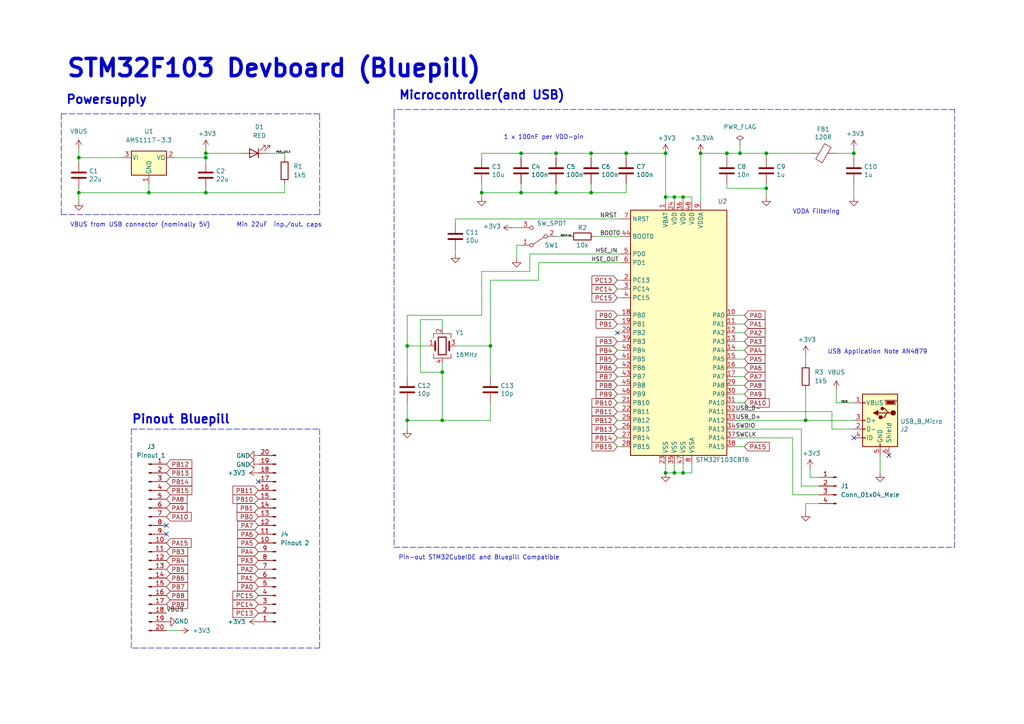
<source format=kicad_sch>
(kicad_sch (version 20211123) (generator eeschema)
  (paper "A4")
  (title_block (title "STM32F103 Devboard(Bluepill)") (date "2024-09-16") (rev "0.1") (company "sebsus Kind Messtechnik"))
  (lib_symbols
    (symbol "Connector:Conn_01x04_Male" (pin_names (offset 1.016) hide)
      (property "Reference" "J" (at 0 5.08 0))
      (property "Value" "Conn_01x04_Male" (at 0 -7.62 0))
      (symbol "Conn_01x04_Male_1_1"
        (polyline (pts (xy 1.27 -5.08) (xy 0.8636 -5.08)) (stroke (width 0.1524)))
        (polyline (pts (xy 1.27 -2.54) (xy 0.8636 -2.54)) (stroke (width 0.1524)))
        (polyline (pts (xy 1.27 0) (xy 0.8636 0)) (stroke (width 0.1524)))
        (polyline (pts (xy 1.27 2.54) (xy 0.8636 2.54)) (stroke (width 0.1524)))
        (rectangle (start 0.8636 -4.953) (end 0 -5.207) (stroke (width 0.1524)) (fill (type outline)))
        (rectangle (start 0.8636 -2.413) (end 0 -2.667) (stroke (width 0.1524)) (fill (type outline)))
        (rectangle (start 0.8636 0.127) (end 0 -0.127) (stroke (width 0.1524)) (fill (type outline)))
        (rectangle (start 0.8636 2.667) (end 0 2.413) (stroke (width 0.1524)) (fill (type outline)))
        (pin passive line (at 5.08 2.54 180) (length 3.81) (name "Pin_1") (number "1"))
        (pin passive line (at 5.08 0 180) (length 3.81) (name "Pin_2") (number "2"))
        (pin passive line (at 5.08 -2.54 180) (length 3.81) (name "Pin_3") (number "3"))
        (pin passive line (at 5.08 -5.08 180) (length 3.81) (name "Pin_4") (number "4"))
      )
    )
    (symbol "Connector:Conn_01x20_Male" (pin_names (offset 1.016) hide)
      (property "Reference" "J" (at 0 25.4 0))
      (property "Value" "Conn_01x20_Male" (at 0 -27.94 0))
      (symbol "Conn_01x20_Male_1_1"
        (polyline (pts (xy 1.27 -25.4) (xy 0.8636 -25.4)) (stroke (width 0.1524)))
        (polyline (pts (xy 1.27 -22.86) (xy 0.8636 -22.86)) (stroke (width 0.1524)))
        (polyline (pts (xy 1.27 -20.32) (xy 0.8636 -20.32)) (stroke (width 0.1524)))
        (polyline (pts (xy 1.27 -17.78) (xy 0.8636 -17.78)) (stroke (width 0.1524)))
        (polyline (pts (xy 1.27 -15.24) (xy 0.8636 -15.24)) (stroke (width 0.1524)))
        (polyline (pts (xy 1.27 -12.7) (xy 0.8636 -12.7)) (stroke (width 0.1524)))
        (polyline (pts (xy 1.27 -10.16) (xy 0.8636 -10.16)) (stroke (width 0.1524)))
        (polyline (pts (xy 1.27 -7.62) (xy 0.8636 -7.62)) (stroke (width 0.1524)))
        (polyline (pts (xy 1.27 -5.08) (xy 0.8636 -5.08)) (stroke (width 0.1524)))
        (polyline (pts (xy 1.27 -2.54) (xy 0.8636 -2.54)) (stroke (width 0.1524)))
        (polyline (pts (xy 1.27 0) (xy 0.8636 0)) (stroke (width 0.1524)))
        (polyline (pts (xy 1.27 2.54) (xy 0.8636 2.54)) (stroke (width 0.1524)))
        (polyline (pts (xy 1.27 5.08) (xy 0.8636 5.08)) (stroke (width 0.1524)))
        (polyline (pts (xy 1.27 7.62) (xy 0.8636 7.62)) (stroke (width 0.1524)))
        (polyline (pts (xy 1.27 10.16) (xy 0.8636 10.16)) (stroke (width 0.1524)))
        (polyline (pts (xy 1.27 12.7) (xy 0.8636 12.7)) (stroke (width 0.1524)))
        (polyline (pts (xy 1.27 15.24) (xy 0.8636 15.24)) (stroke (width 0.1524)))
        (polyline (pts (xy 1.27 17.78) (xy 0.8636 17.78)) (stroke (width 0.1524)))
        (polyline (pts (xy 1.27 20.32) (xy 0.8636 20.32)) (stroke (width 0.1524)))
        (polyline (pts (xy 1.27 22.86) (xy 0.8636 22.86)) (stroke (width 0.1524)))
        (rectangle (start 0.8636 -25.273) (end 0 -25.527) (stroke (width 0.1524)) (fill (type outline)))
        (rectangle (start 0.8636 -22.733) (end 0 -22.987) (stroke (width 0.1524)) (fill (type outline)))
        (rectangle (start 0.8636 -20.193) (end 0 -20.447) (stroke (width 0.1524)) (fill (type outline)))
        (rectangle (start 0.8636 -17.653) (end 0 -17.907) (stroke (width 0.1524)) (fill (type outline)))
        (rectangle (start 0.8636 -15.113) (end 0 -15.367) (stroke (width 0.1524)) (fill (type outline)))
        (rectangle (start 0.8636 -12.573) (end 0 -12.827) (stroke (width 0.1524)) (fill (type outline)))
        (rectangle (start 0.8636 -10.033) (end 0 -10.287) (stroke (width 0.1524)) (fill (type outline)))
        (rectangle (start 0.8636 -7.493) (end 0 -7.747) (stroke (width 0.1524)) (fill (type outline)))
        (rectangle (start 0.8636 -4.953) (end 0 -5.207) (stroke (width 0.1524)) (fill (type outline)))
        (rectangle (start 0.8636 -2.413) (end 0 -2.667) (stroke (width 0.1524)) (fill (type outline)))
        (rectangle (start 0.8636 0.127) (end 0 -0.127) (stroke (width 0.1524)) (fill (type outline)))
        (rectangle (start 0.8636 2.667) (end 0 2.413) (stroke (width 0.1524)) (fill (type outline)))
        (rectangle (start 0.8636 5.207) (end 0 4.953) (stroke (width 0.1524)) (fill (type outline)))
        (rectangle (start 0.8636 7.747) (end 0 7.493) (stroke (width 0.1524)) (fill (type outline)))
        (rectangle (start 0.8636 10.287) (end 0 10.033) (stroke (width 0.1524)) (fill (type outline)))
        (rectangle (start 0.8636 12.827) (end 0 12.573) (stroke (width 0.1524)) (fill (type outline)))
        (rectangle (start 0.8636 15.367) (end 0 15.113) (stroke (width 0.1524)) (fill (type outline)))
        (rectangle (start 0.8636 17.907) (end 0 17.653) (stroke (width 0.1524)) (fill (type outline)))
        (rectangle (start 0.8636 20.447) (end 0 20.193) (stroke (width 0.1524)) (fill (type outline)))
        (rectangle (start 0.8636 22.987) (end 0 22.733) (stroke (width 0.1524)) (fill (type outline)))
        (pin passive line (at 5.08 22.86 180) (length 3.81) (name "Pin_1") (number "1"))
        (pin passive line (at 5.08 0 180) (length 3.81) (name "Pin_10") (number "10"))
        (pin passive line (at 5.08 -2.54 180) (length 3.81) (name "Pin_11") (number "11"))
        (pin passive line (at 5.08 -5.08 180) (length 3.81) (name "Pin_12") (number "12"))
        (pin passive line (at 5.08 -7.62 180) (length 3.81) (name "Pin_13") (number "13"))
        (pin passive line (at 5.08 -10.16 180) (length 3.81) (name "Pin_14") (number "14"))
        (pin passive line (at 5.08 -12.7 180) (length 3.81) (name "Pin_15") (number "15"))
        (pin passive line (at 5.08 -15.24 180) (length 3.81) (name "Pin_16") (number "16"))
        (pin passive line (at 5.08 -17.78 180) (length 3.81) (name "Pin_17") (number "17"))
        (pin passive line (at 5.08 -20.32 180) (length 3.81) (name "Pin_18") (number "18"))
        (pin passive line (at 5.08 -22.86 180) (length 3.81) (name "Pin_19") (number "19"))
        (pin passive line (at 5.08 20.32 180) (length 3.81) (name "Pin_2") (number "2"))
        (pin passive line (at 5.08 -25.4 180) (length 3.81) (name "Pin_20") (number "20"))
        (pin passive line (at 5.08 17.78 180) (length 3.81) (name "Pin_3") (number "3"))
        (pin passive line (at 5.08 15.24 180) (length 3.81) (name "Pin_4") (number "4"))
        (pin passive line (at 5.08 12.7 180) (length 3.81) (name "Pin_5") (number "5"))
        (pin passive line (at 5.08 10.16 180) (length 3.81) (name "Pin_6") (number "6"))
        (pin passive line (at 5.08 7.62 180) (length 3.81) (name "Pin_7") (number "7"))
        (pin passive line (at 5.08 5.08 180) (length 3.81) (name "Pin_8") (number "8"))
        (pin passive line (at 5.08 2.54 180) (length 3.81) (name "Pin_9") (number "9"))
      )
    )
    (symbol "Connector:USB_B_Micro" (pin_names (offset 1.016))
      (property "Reference" "J" (at -5.08 11.43 0))
      (property "Value" "USB_B_Micro" (at -5.08 8.89 0))
      (symbol "USB_B_Micro_0_1"
        (rectangle (start -5.08 -7.62) (end 5.08 7.62) (stroke (width 0.254)) (fill (type background)))
        (circle (center -3.81 2.159) (radius 0.635) (stroke (width 0.254)) (fill (type outline)))
        (circle (center -0.635 3.429) (radius 0.381) (stroke (width 0.254)) (fill (type outline)))
        (rectangle (start -0.127 -7.62) (end 0.127 -6.858))
        (polyline (pts (xy -1.905 2.159) (xy 0.635 2.159)) (stroke (width 0.254)))
        (polyline (pts (xy -3.175 2.159) (xy -2.54 2.159) (xy -1.27 3.429) (xy -0.635 3.429)) (stroke (width 0.254)))
        (polyline (pts (xy -2.54 2.159) (xy -1.905 2.159) (xy -1.27 0.889) (xy 0 0.889)) (stroke (width 0.254)))
        (polyline (pts (xy 0.635 2.794) (xy 0.635 1.524) (xy 1.905 2.159) (xy 0.635 2.794)) (stroke (width 0.254)) (fill (type outline)))
        (polyline (pts (xy -4.318 5.588) (xy -1.778 5.588) (xy -2.032 4.826) (xy -4.064 4.826) (xy -4.318 5.588)) (fill (type outline)))
        (polyline (pts (xy -4.699 5.842) (xy -4.699 5.588) (xy -4.445 4.826) (xy -4.445 4.572) (xy -1.651 4.572) (xy -1.651 4.826) (xy -1.397 5.588) (xy -1.397 5.842) (xy -4.699 5.842)))
        (rectangle (start 0.254 1.27) (end -0.508 0.508) (stroke (width 0.254)) (fill (type outline)))
        (rectangle (start 5.08 -5.207) (end 4.318 -4.953))
        (rectangle (start 5.08 -2.667) (end 4.318 -2.413))
        (rectangle (start 5.08 -0.127) (end 4.318 0.127))
        (rectangle (start 5.08 4.953) (end 4.318 5.207))
      )
      (symbol "USB_B_Micro_1_1"
        (pin power_out line (at 7.62 5.08 180) (length 2.54) (name "VBUS") (number "1"))
        (pin bidirectional line (at 7.62 -2.54 180) (length 2.54) (name "D-") (number "2"))
        (pin bidirectional line (at 7.62 0 180) (length 2.54) (name "D+") (number "3"))
        (pin passive line (at 7.62 -5.08 180) (length 2.54) (name "ID") (number "4"))
        (pin power_out line (at 0 -10.16 90) (length 2.54) (name "GND") (number "5"))
        (pin passive line (at -2.54 -10.16 90) (length 2.54) (name "Shield") (number "6"))
      )
    )
    (symbol "Device:C" (pin_numbers hide) (pin_names (offset 0.254))
      (property "Reference" "C" (at 0.635 2.54 0))
      (property "Value" "C" (at 0.635 -2.54 0))
      (symbol "C_0_1"
        (polyline (pts (xy -2.032 -0.762) (xy 2.032 -0.762)) (stroke (width 0.508)))
        (polyline (pts (xy -2.032 0.762) (xy 2.032 0.762)) (stroke (width 0.508)))
      )
      (symbol "C_1_1"
        (pin passive line (at 0 3.81 270) (length 2.794) (name "~") (number "1"))
        (pin passive line (at 0 -3.81 90) (length 2.794) (name "~") (number "2"))
      )
    )
    (symbol "Device:Crystal_GND24" (pin_names (offset 1.016) hide)
      (property "Reference" "Y" (at 3.175 5.08 0))
      (property "Value" "Crystal_GND24" (at 3.175 3.175 0))
      (symbol "Crystal_GND24_0_1"
        (rectangle (start -1.143 2.54) (end 1.143 -2.54) (stroke (width 0.3048)))
        (polyline (pts (xy -2.54 0) (xy -2.032 0)))
        (polyline (pts (xy -2.032 -1.27) (xy -2.032 1.27)) (stroke (width 0.508)))
        (polyline (pts (xy 0 -3.81) (xy 0 -3.556)))
        (polyline (pts (xy 0 3.556) (xy 0 3.81)))
        (polyline (pts (xy 2.032 -1.27) (xy 2.032 1.27)) (stroke (width 0.508)))
        (polyline (pts (xy 2.032 0) (xy 2.54 0)))
        (polyline (pts (xy -2.54 -2.286) (xy -2.54 -3.556) (xy 2.54 -3.556) (xy 2.54 -2.286)))
        (polyline (pts (xy -2.54 2.286) (xy -2.54 3.556) (xy 2.54 3.556) (xy 2.54 2.286)))
      )
      (symbol "Crystal_GND24_1_1"
        (pin passive line (at -3.81 0 0) (length 1.27) (name "1") (number "1"))
        (pin passive line (at 0 5.08 270) (length 1.27) (name "2") (number "2"))
        (pin passive line (at 3.81 0 180) (length 1.27) (name "3") (number "3"))
        (pin passive line (at 0 -5.08 90) (length 1.27) (name "4") (number "4"))
      )
    )
    (symbol "Device:LED" (pin_numbers hide) (pin_names (offset 1.016) hide)
      (property "Reference" "D" (at 0 2.54 0))
      (property "Value" "LED" (at 0 -2.54 0))
      (symbol "LED_0_1"
        (polyline (pts (xy -1.27 -1.27) (xy -1.27 1.27)) (stroke (width 0.254)))
        (polyline (pts (xy -1.27 0) (xy 1.27 0)))
        (polyline (pts (xy 1.27 -1.27) (xy 1.27 1.27) (xy -1.27 0) (xy 1.27 -1.27)) (stroke (width 0.254)))
        (polyline (pts (xy -3.048 -0.762) (xy -4.572 -2.286) (xy -3.81 -2.286) (xy -4.572 -2.286) (xy -4.572 -1.524)))
        (polyline (pts (xy -1.778 -0.762) (xy -3.302 -2.286) (xy -2.54 -2.286) (xy -3.302 -2.286) (xy -3.302 -1.524)))
      )
      (symbol "LED_1_1"
        (pin passive line (at -3.81 0 0) (length 2.54) (name "K") (number "1"))
        (pin passive line (at 3.81 0 180) (length 2.54) (name "A") (number "2"))
      )
    )
    (symbol "Device:R" (pin_numbers hide) (pin_names (offset 0))
      (property "Reference" "R" (at 2.032 0 90))
      (property "Value" "R" (at 0 0 90))
      (symbol "R_0_1"
        (rectangle (start -1.016 -2.54) (end 1.016 2.54) (stroke (width 0.254)))
      )
      (symbol "R_1_1"
        (pin passive line (at 0 3.81 270) (length 1.27) (name "~") (number "1"))
        (pin passive line (at 0 -3.81 90) (length 1.27) (name "~") (number "2"))
      )
    )
    (symbol "MCU_ST_STM32F1:STM32F103C6Tx"
      (property "Reference" "U" (at -15.24 36.83 0))
      (property "Value" "STM32F103C6Tx" (at 7.62 36.83 0))
      (symbol "STM32F103C6Tx_0_1"
        (rectangle (start -15.24 -35.56) (end 12.7 35.56) (stroke (width 0.254)) (fill (type background)))
      )
      (symbol "STM32F103C6Tx_1_1"
        (pin power_in line (at -5.08 38.1 270) (length 2.54) (name "VBAT") (number "1"))
        (pin bidirectional line (at 15.24 5.08 180) (length 2.54) (name "PA0") (number "10"))
        (pin bidirectional line (at 15.24 2.54 180) (length 2.54) (name "PA1") (number "11"))
        (pin bidirectional line (at 15.24 0 180) (length 2.54) (name "PA2") (number "12"))
        (pin bidirectional line (at 15.24 -2.54 180) (length 2.54) (name "PA3") (number "13"))
        (pin bidirectional line (at 15.24 -5.08 180) (length 2.54) (name "PA4") (number "14"))
        (pin bidirectional line (at 15.24 -7.62 180) (length 2.54) (name "PA5") (number "15"))
        (pin bidirectional line (at 15.24 -10.16 180) (length 2.54) (name "PA6") (number "16"))
        (pin bidirectional line (at 15.24 -12.7 180) (length 2.54) (name "PA7") (number "17"))
        (pin bidirectional line (at -17.78 5.08 0) (length 2.54) (name "PB0") (number "18"))
        (pin bidirectional line (at -17.78 2.54 0) (length 2.54) (name "PB1") (number "19"))
        (pin bidirectional line (at -17.78 15.24 0) (length 2.54) (name "PC13") (number "2"))
        (pin bidirectional line (at -17.78 0 0) (length 2.54) (name "PB2") (number "20"))
        (pin bidirectional line (at -17.78 -20.32 0) (length 2.54) (name "PB10") (number "21"))
        (pin bidirectional line (at -17.78 -22.86 0) (length 2.54) (name "PB11") (number "22"))
        (pin power_in line (at -5.08 -38.1 90) (length 2.54) (name "VSS") (number "23"))
        (pin power_in line (at -2.54 38.1 270) (length 2.54) (name "VDD") (number "24"))
        (pin bidirectional line (at -17.78 -25.4 0) (length 2.54) (name "PB12") (number "25"))
        (pin bidirectional line (at -17.78 -27.94 0) (length 2.54) (name "PB13") (number "26"))
        (pin bidirectional line (at -17.78 -30.48 0) (length 2.54) (name "PB14") (number "27"))
        (pin bidirectional line (at -17.78 -33.02 0) (length 2.54) (name "PB15") (number "28"))
        (pin bidirectional line (at 15.24 -15.24 180) (length 2.54) (name "PA8") (number "29"))
        (pin bidirectional line (at -17.78 12.7 0) (length 2.54) (name "PC14") (number "3"))
        (pin bidirectional line (at 15.24 -17.78 180) (length 2.54) (name "PA9") (number "30"))
        (pin bidirectional line (at 15.24 -20.32 180) (length 2.54) (name "PA10") (number "31"))
        (pin bidirectional line (at 15.24 -22.86 180) (length 2.54) (name "PA11") (number "32"))
        (pin bidirectional line (at 15.24 -25.4 180) (length 2.54) (name "PA12") (number "33"))
        (pin bidirectional line (at 15.24 -27.94 180) (length 2.54) (name "PA13") (number "34"))
        (pin power_in line (at -2.54 -38.1 90) (length 2.54) (name "VSS") (number "35"))
        (pin power_in line (at 0 38.1 270) (length 2.54) (name "VDD") (number "36"))
        (pin bidirectional line (at 15.24 -30.48 180) (length 2.54) (name "PA14") (number "37"))
        (pin bidirectional line (at 15.24 -33.02 180) (length 2.54) (name "PA15") (number "38"))
        (pin bidirectional line (at -17.78 -2.54 0) (length 2.54) (name "PB3") (number "39"))
        (pin bidirectional line (at -17.78 10.16 0) (length 2.54) (name "PC15") (number "4"))
        (pin bidirectional line (at -17.78 -5.08 0) (length 2.54) (name "PB4") (number "40"))
        (pin bidirectional line (at -17.78 -7.62 0) (length 2.54) (name "PB5") (number "41"))
        (pin bidirectional line (at -17.78 -10.16 0) (length 2.54) (name "PB6") (number "42"))
        (pin bidirectional line (at -17.78 -12.7 0) (length 2.54) (name "PB7") (number "43"))
        (pin input line (at -17.78 27.94 0) (length 2.54) (name "BOOT0") (number "44"))
        (pin bidirectional line (at -17.78 -15.24 0) (length 2.54) (name "PB8") (number "45"))
        (pin bidirectional line (at -17.78 -17.78 0) (length 2.54) (name "PB9") (number "46"))
        (pin power_in line (at 0 -38.1 90) (length 2.54) (name "VSS") (number "47"))
        (pin power_in line (at 2.54 38.1 270) (length 2.54) (name "VDD") (number "48"))
        (pin input line (at -17.78 22.86 0) (length 2.54) (name "PD0") (number "5"))
        (pin input line (at -17.78 20.32 0) (length 2.54) (name "PD1") (number "6"))
        (pin input line (at -17.78 33.02 0) (length 2.54) (name "NRST") (number "7"))
        (pin power_in line (at 2.54 -38.1 90) (length 2.54) (name "VSSA") (number "8"))
        (pin power_in line (at 5.08 38.1 270) (length 2.54) (name "VDDA") (number "9"))
      )
    )
    (symbol "Regulator_Linear:AMS1117-3.3" (pin_names (offset 0.254))
      (property "Reference" "U" (at -3.81 3.175 0))
      (property "Value" "AMS1117-3.3" (at 0 3.175 0))
      (symbol "AMS1117-3.3_0_1"
        (rectangle (start -5.08 -5.08) (end 5.08 1.905) (stroke (width 0.254)) (fill (type background)))
      )
      (symbol "AMS1117-3.3_1_1"
        (pin power_in line (at 0 -7.62 90) (length 2.54) (name "GND") (number "1"))
        (pin power_out line (at 7.62 0 180) (length 2.54) (name "VO") (number "2"))
        (pin power_in line (at -7.62 0 0) (length 2.54) (name "VI") (number "3"))
      )
    )
    (symbol "Switch:SW_SPDT" (pin_names (offset 0) hide)
      (property "Reference" "SW" (at 0 4.318 0))
      (property "Value" "SW_SPDT" (at 0 -5.08 0))
      (symbol "SW_SPDT_0_0"
        (circle (center -2.032 0) (radius 0.508))
        (circle (center 2.032 -2.54) (radius 0.508))
      )
      (symbol "SW_SPDT_0_1"
        (polyline (pts (xy -1.524 0.254) (xy 1.651 2.286)))
        (circle (center 2.032 2.54) (radius 0.508))
      )
      (symbol "SW_SPDT_1_1"
        (pin passive line (at 5.08 2.54 180) (length 2.54) (name "A") (number "1"))
        (pin passive line (at -5.08 0 0) (length 2.54) (name "B") (number "2"))
        (pin passive line (at 5.08 -2.54 180) (length 2.54) (name "C") (number "3"))
      )
    )
    (symbol "power:+3.3VA" (power) (pin_names (offset 0))
      (property "Value" "+3.3VA" (at 0 3.556 0))
      (symbol "+3.3VA_0_1"
        (polyline (pts (xy -0.762 1.27) (xy 0 2.54)))
        (polyline (pts (xy 0 0) (xy 0 2.54)))
        (polyline (pts (xy 0 2.54) (xy 0.762 1.27)))
      )
      (symbol "+3.3VA_1_1"
        (pin power_in line (at 0 0 90) (length 0) hide (name "+3.3VA") (number "1"))
      )
    )
    (symbol "power:GND" (power) (pin_names (offset 0))
      (property "Value" "GND" (at 0 -3.81 0))
      (symbol "GND_0_1"
        (polyline (pts (xy 0 0) (xy 0 -1.27) (xy 1.27 -1.27) (xy 0 -2.54) (xy -1.27 -1.27) (xy 0 -1.27)))
      )
      (symbol "GND_1_1"
        (pin power_in line (at 0 0 270) (length 0) hide (name "GND") (number "1"))
      )
    )
    (symbol "power:PWR_FLAG" (power) (pin_numbers hide) (pin_names (offset 0) hide)
      (property "Value" "PWR_FLAG" (at 0 3.81 0))
      (symbol "PWR_FLAG_0_0"
        (pin power_out line (at 0 0 90) (length 0) (name "pwr") (number "1"))
      )
      (symbol "PWR_FLAG_0_1"
        (polyline (pts (xy 0 0) (xy 0 1.27) (xy -1.016 1.905) (xy 0 2.54) (xy 1.016 1.905) (xy 0 1.27)))
      )
    )
    (symbol "power:VBUS" (power) (pin_names (offset 0))
      (property "Value" "VBUS" (at 0 3.81 0))
      (symbol "VBUS_0_1"
        (polyline (pts (xy -0.762 1.27) (xy 0 2.54)))
        (polyline (pts (xy 0 0) (xy 0 2.54)))
        (polyline (pts (xy 0 2.54) (xy 0.762 1.27)))
      )
      (symbol "VBUS_1_1"
        (pin power_in line (at 0 0 90) (length 0) hide (name "VBUS") (number "1"))
      )
    )
    (symbol "sebuspill-rescue:+3.3V-power" (power) (pin_names (offset 0))
      (property "Value" "+3.3V-power" (at 0 3.556 0))
      (symbol "+3.3V-power_0_1"
        (polyline (pts (xy -0.762 1.27) (xy 0 2.54)))
        (polyline (pts (xy 0 0) (xy 0 2.54)))
        (polyline (pts (xy 0 2.54) (xy 0.762 1.27)))
      )
      (symbol "+3.3V-power_1_1"
        (pin power_in line (at 0 0 90) (length 0) hide (name "+3V3") (number "1"))
      )
    )
    (symbol "sebuspill-rescue:Ferrite_Bead-Device" (pin_numbers hide) (pin_names (offset 0))
      (property "Reference" "FB" (at -3.81 0.635 90))
      (property "Value" "Ferrite_Bead-Device" (at 3.81 0 90))
      (symbol "Ferrite_Bead-Device_0_1"
        (polyline (pts (xy 0 -1.27) (xy 0 -1.2192)))
        (polyline (pts (xy 0 1.27) (xy 0 1.2954)))
        (polyline (pts (xy -2.7686 0.4064) (xy -1.7018 2.2606) (xy 2.7686 -0.3048) (xy 1.6764 -2.159) (xy -2.7686 0.4064)))
      )
      (symbol "Ferrite_Bead-Device_1_1"
        (pin passive line (at 0 3.81 270) (length 2.54) (name "~") (number "1"))
        (pin passive line (at 0 -3.81 90) (length 2.54) (name "~") (number "2"))
      )
    )
  )
  (junction (at 181.61 44.45))
  (junction (at 171.45 55.88))
  (junction (at 198.12 57.15))
  (junction (at 247.65 44.45))
  (junction (at 139.7 55.88))
  (junction (at 171.45 44.45))
  (junction (at 161.29 55.88))
  (junction (at 195.58 57.15))
  (junction (at 59.69 45.72))
  (junction (at 193.04 44.45))
  (junction (at 43.18 55.88))
  (junction (at 142.24 100.33))
  (junction (at 128.27 121.92))
  (junction (at 118.11 100.33))
  (junction (at 210.82 44.45))
  (junction (at 151.13 55.88))
  (junction (at 222.25 54.61))
  (junction (at 118.11 121.92))
  (junction (at 193.04 57.15))
  (junction (at 22.86 45.72))
  (junction (at 193.04 137.16))
  (junction (at 128.27 107.95))
  (junction (at 151.13 44.45))
  (junction (at 203.2 44.45))
  (junction (at 222.25 44.45))
  (junction (at 195.58 137.16))
  (junction (at 214.63 44.45))
  (junction (at 161.29 44.45))
  (junction (at 59.69 55.88))
  (junction (at 198.12 137.16))
  (junction (at 59.69 44.45))
  (junction (at 22.86 55.88))
  (junction (at 233.68 121.92))
  (no_connect (at 257.81 132.08))
  (no_connect (at 48.26 154.94))
  (no_connect (at 179.07 96.52))
  (no_connect (at 247.65 127))
  (no_connect (at 48.26 152.4))
  (no_connect (at 74.93 139.7))
  (wire (pts (xy 213.36 104.14) (xy 215.9 104.14)))
  (wire (pts (xy 229.87 127) (xy 229.87 143.51)))
  (wire (pts (xy 22.86 43.18) (xy 22.86 45.72)))
  (wire (pts (xy 234.95 138.43) (xy 237.49 138.43)))
  (wire (pts (xy 161.29 55.88) (xy 161.29 53.34)))
  (wire (pts (xy 213.36 109.22) (xy 215.9 109.22)))
  (wire (pts (xy 179.07 129.54) (xy 180.34 129.54)))
  (wire (pts (xy 179.07 114.3) (xy 180.34 114.3)))
  (wire (pts (xy 195.58 57.15) (xy 198.12 57.15)))
  (wire (pts (xy 179.07 101.6) (xy 180.34 101.6)))
  (wire (pts (xy 161.29 44.45) (xy 151.13 44.45)))
  (wire (pts (xy 139.7 55.88) (xy 139.7 53.34)))
  (polyline (pts (xy 114.3 158.75) (xy 276.86 158.75)))
  (wire (pts (xy 179.07 121.92) (xy 180.34 121.92)))
  (polyline (pts (xy 92.71 187.96) (xy 38.1 187.96)))
  (polyline (pts (xy 38.1 124.46) (xy 92.71 124.46)))
  (wire (pts (xy 153.67 73.66) (xy 180.34 73.66)))
  (wire (pts (xy 118.11 100.33) (xy 124.46 100.33)))
  (wire (pts (xy 193.04 44.45) (xy 181.61 44.45)))
  (wire (pts (xy 213.36 114.3) (xy 215.9 114.3)))
  (wire (pts (xy 181.61 44.45) (xy 171.45 44.45)))
  (wire (pts (xy 139.7 57.15) (xy 139.7 55.88)))
  (wire (pts (xy 149.86 71.12) (xy 151.13 71.12)))
  (wire (pts (xy 128.27 121.92) (xy 128.27 107.95)))
  (wire (pts (xy 203.2 44.45) (xy 210.82 44.45)))
  (wire (pts (xy 200.66 57.15) (xy 200.66 58.42)))
  (wire (pts (xy 179.07 99.06) (xy 180.34 99.06)))
  (wire (pts (xy 195.58 137.16) (xy 195.58 134.62)))
  (wire (pts (xy 232.41 140.97) (xy 237.49 140.97)))
  (wire (pts (xy 213.36 93.98) (xy 215.9 93.98)))
  (wire (pts (xy 210.82 44.45) (xy 214.63 44.45)))
  (wire (pts (xy 179.07 91.44) (xy 180.34 91.44)))
  (wire (pts (xy 132.08 64.77) (xy 132.08 63.5)))
  (wire (pts (xy 142.24 100.33) (xy 142.24 109.22)))
  (wire (pts (xy 193.04 44.45) (xy 193.04 57.15)))
  (wire (pts (xy 213.36 129.54) (xy 215.9 129.54)))
  (wire (pts (xy 233.68 121.92) (xy 247.65 121.92)))
  (wire (pts (xy 179.07 109.22) (xy 180.34 109.22)))
  (wire (pts (xy 195.58 137.16) (xy 198.12 137.16)))
  (wire (pts (xy 128.27 107.95) (xy 128.27 105.41)))
  (wire (pts (xy 179.07 81.28) (xy 180.34 81.28)))
  (wire (pts (xy 50.8 45.72) (xy 59.69 45.72)))
  (wire (pts (xy 232.41 124.46) (xy 232.41 140.97)))
  (wire (pts (xy 193.04 57.15) (xy 195.58 57.15)))
  (wire (pts (xy 156.21 76.2) (xy 180.34 76.2)))
  (wire (pts (xy 179.07 124.46) (xy 180.34 124.46)))
  (wire (pts (xy 59.69 44.45) (xy 59.69 45.72)))
  (wire (pts (xy 59.69 55.88) (xy 82.55 55.88)))
  (wire (pts (xy 121.92 92.71) (xy 121.92 107.95)))
  (wire (pts (xy 118.11 121.92) (xy 118.11 116.84)))
  (wire (pts (xy 179.07 116.84) (xy 180.34 116.84)))
  (polyline (pts (xy 17.78 33.02) (xy 17.78 62.23)))
  (wire (pts (xy 139.7 44.45) (xy 139.7 45.72)))
  (wire (pts (xy 171.45 55.88) (xy 171.45 53.34)))
  (wire (pts (xy 179.07 104.14) (xy 180.34 104.14)))
  (wire (pts (xy 142.24 81.28) (xy 156.21 81.28)))
  (wire (pts (xy 128.27 121.92) (xy 142.24 121.92)))
  (wire (pts (xy 241.3 119.38) (xy 241.3 124.46)))
  (wire (pts (xy 43.18 55.88) (xy 59.69 55.88)))
  (wire (pts (xy 198.12 57.15) (xy 200.66 57.15)))
  (wire (pts (xy 213.36 119.38) (xy 241.3 119.38)))
  (wire (pts (xy 59.69 44.45) (xy 69.85 44.45)))
  (wire (pts (xy 213.36 111.76) (xy 215.9 111.76)))
  (wire (pts (xy 179.07 83.82) (xy 180.34 83.82)))
  (wire (pts (xy 59.69 55.88) (xy 59.69 54.61)))
  (wire (pts (xy 193.04 57.15) (xy 193.04 58.42)))
  (wire (pts (xy 247.65 45.72) (xy 247.65 44.45)))
  (wire (pts (xy 179.07 119.38) (xy 180.34 119.38)))
  (wire (pts (xy 214.63 41.91) (xy 214.63 44.45)))
  (wire (pts (xy 213.36 127) (xy 229.87 127)))
  (wire (pts (xy 59.69 43.18) (xy 59.69 44.45)))
  (wire (pts (xy 179.07 111.76) (xy 180.34 111.76)))
  (wire (pts (xy 172.72 68.58) (xy 180.34 68.58)))
  (wire (pts (xy 139.7 78.74) (xy 139.7 91.44)))
  (wire (pts (xy 149.86 74.93) (xy 149.86 71.12)))
  (wire (pts (xy 156.21 81.28) (xy 156.21 76.2)))
  (wire (pts (xy 229.87 143.51) (xy 237.49 143.51)))
  (wire (pts (xy 200.66 137.16) (xy 200.66 134.62)))
  (wire (pts (xy 241.3 124.46) (xy 247.65 124.46)))
  (wire (pts (xy 213.36 124.46) (xy 232.41 124.46)))
  (polyline (pts (xy 38.1 124.46) (xy 38.1 187.96)))
  (wire (pts (xy 198.12 137.16) (xy 200.66 137.16)))
  (wire (pts (xy 132.08 100.33) (xy 142.24 100.33)))
  (polyline (pts (xy 17.78 62.23) (xy 92.71 62.23)))
  (polyline (pts (xy 276.86 158.75) (xy 276.86 31.75)))
  (wire (pts (xy 233.68 113.03) (xy 233.68 121.92)))
  (wire (pts (xy 171.45 44.45) (xy 161.29 44.45)))
  (polyline (pts (xy 114.3 33.02) (xy 114.3 158.75)))
  (wire (pts (xy 233.68 102.87) (xy 233.68 105.41)))
  (wire (pts (xy 214.63 44.45) (xy 222.25 44.45)))
  (wire (pts (xy 148.59 66.04) (xy 151.13 66.04)))
  (wire (pts (xy 77.47 44.45) (xy 82.55 44.45)))
  (wire (pts (xy 222.25 44.45) (xy 234.95 44.45)))
  (polyline (pts (xy 114.3 31.75) (xy 114.3 33.02)))
  (wire (pts (xy 213.36 91.44) (xy 215.9 91.44)))
  (wire (pts (xy 203.2 44.45) (xy 203.2 58.42)))
  (wire (pts (xy 255.27 132.08) (xy 255.27 137.16)))
  (wire (pts (xy 151.13 44.45) (xy 139.7 44.45)))
  (wire (pts (xy 198.12 137.16) (xy 198.12 134.62)))
  (wire (pts (xy 213.36 99.06) (xy 215.9 99.06)))
  (wire (pts (xy 222.25 54.61) (xy 222.25 57.15)))
  (wire (pts (xy 118.11 100.33) (xy 118.11 109.22)))
  (wire (pts (xy 151.13 55.88) (xy 151.13 53.34)))
  (wire (pts (xy 59.69 45.72) (xy 59.69 46.99)))
  (polyline (pts (xy 17.78 33.02) (xy 92.71 33.02)))
  (wire (pts (xy 198.12 58.42) (xy 198.12 57.15)))
  (wire (pts (xy 153.67 73.66) (xy 153.67 78.74)))
  (wire (pts (xy 222.25 44.45) (xy 222.25 45.72)))
  (wire (pts (xy 132.08 72.39) (xy 132.08 73.66)))
  (wire (pts (xy 43.18 53.34) (xy 43.18 55.88)))
  (wire (pts (xy 128.27 92.71) (xy 128.27 95.25)))
  (polyline (pts (xy 92.71 62.23) (xy 92.71 33.02)))
  (wire (pts (xy 247.65 53.34) (xy 247.65 57.15)))
  (wire (pts (xy 139.7 55.88) (xy 151.13 55.88)))
  (wire (pts (xy 142.24 121.92) (xy 142.24 116.84)))
  (wire (pts (xy 181.61 55.88) (xy 181.61 53.34)))
  (wire (pts (xy 161.29 45.72) (xy 161.29 44.45)))
  (wire (pts (xy 22.86 55.88) (xy 22.86 58.42)))
  (wire (pts (xy 118.11 91.44) (xy 139.7 91.44)))
  (wire (pts (xy 193.04 137.16) (xy 195.58 137.16)))
  (wire (pts (xy 22.86 45.72) (xy 35.56 45.72)))
  (wire (pts (xy 233.68 148.59) (xy 233.68 146.05)))
  (wire (pts (xy 52.07 182.88) (xy 48.26 182.88)))
  (polyline (pts (xy 92.71 124.46) (xy 92.71 187.96)))
  (wire (pts (xy 118.11 124.46) (xy 118.11 121.92)))
  (wire (pts (xy 121.92 92.71) (xy 128.27 92.71)))
  (wire (pts (xy 22.86 54.61) (xy 22.86 55.88)))
  (wire (pts (xy 242.57 116.84) (xy 247.65 116.84)))
  (wire (pts (xy 132.08 63.5) (xy 180.34 63.5)))
  (wire (pts (xy 153.67 78.74) (xy 139.7 78.74)))
  (wire (pts (xy 213.36 106.68) (xy 215.9 106.68)))
  (wire (pts (xy 82.55 44.45) (xy 82.55 45.72)))
  (wire (pts (xy 222.25 54.61) (xy 222.25 53.34)))
  (polyline (pts (xy 276.86 31.75) (xy 114.3 31.75)))
  (wire (pts (xy 181.61 45.72) (xy 181.61 44.45)))
  (wire (pts (xy 22.86 46.99) (xy 22.86 45.72)))
  (wire (pts (xy 151.13 45.72) (xy 151.13 44.45)))
  (wire (pts (xy 213.36 96.52) (xy 215.9 96.52)))
  (wire (pts (xy 179.07 93.98) (xy 180.34 93.98)))
  (wire (pts (xy 179.07 86.36) (xy 180.34 86.36)))
  (wire (pts (xy 151.13 55.88) (xy 161.29 55.88)))
  (wire (pts (xy 161.29 55.88) (xy 171.45 55.88)))
  (wire (pts (xy 213.36 116.84) (xy 215.9 116.84)))
  (wire (pts (xy 233.68 146.05) (xy 237.49 146.05)))
  (wire (pts (xy 142.24 100.33) (xy 142.24 81.28)))
  (wire (pts (xy 22.86 55.88) (xy 43.18 55.88)))
  (wire (pts (xy 171.45 55.88) (xy 181.61 55.88)))
  (wire (pts (xy 213.36 101.6) (xy 215.9 101.6)))
  (wire (pts (xy 171.45 45.72) (xy 171.45 44.45)))
  (wire (pts (xy 179.07 106.68) (xy 180.34 106.68)))
  (wire (pts (xy 242.57 113.03) (xy 242.57 116.84)))
  (wire (pts (xy 195.58 58.42) (xy 195.58 57.15)))
  (wire (pts (xy 210.82 54.61) (xy 222.25 54.61)))
  (wire (pts (xy 118.11 121.92) (xy 128.27 121.92)))
  (wire (pts (xy 210.82 53.34) (xy 210.82 54.61)))
  (wire (pts (xy 82.55 53.34) (xy 82.55 55.88)))
  (wire (pts (xy 210.82 44.45) (xy 210.82 45.72)))
  (wire (pts (xy 179.07 96.52) (xy 180.34 96.52)))
  (wire (pts (xy 234.95 135.89) (xy 234.95 138.43)))
  (wire (pts (xy 193.04 137.16) (xy 193.04 134.62)))
  (wire (pts (xy 161.29 68.58) (xy 165.1 68.58)))
  (wire (pts (xy 179.07 127) (xy 180.34 127)))
  (wire (pts (xy 118.11 100.33) (xy 118.11 91.44)))
  (wire (pts (xy 247.65 44.45) (xy 242.57 44.45)))
  (wire (pts (xy 121.92 107.95) (xy 128.27 107.95)))
  (wire (pts (xy 213.36 121.92) (xy 233.68 121.92)))
  (wire (pts (xy 247.65 43.18) (xy 247.65 44.45)))
  (text "Min 22uF  inp./out. caps\n" (at 68.58 66.04 0) (effects (font (size 1.27 1.27)) (justify left bottom)))
  (text "Powersupply\n" (at 19.05 30.48 0) (effects (font (size 2.5 2.5) (thickness 0.5) bold) (justify left bottom)))
  (text "1 x 100nF per VDD-pin" (at 146.05 40.64 0) (effects (font (size 1.27 1.27)) (justify left bottom)))
  (text "Pinout Bluepill" (at 38.1 123.19 0) (effects (font (size 2.5 2.5) (thickness 0.5) bold) (justify left bottom)))
  (text "USB Application Note AN4879" (at 240.03 102.87 0) (effects (font (size 1.27 1.27)) (justify left bottom)))
  (text "VBUS from USB connector (nominally 5V)\n" (at 20.32 66.04 0) (effects (font (size 1.27 1.27)) (justify left bottom)))
  (text "Microcontroller(and USB)" (at 115.57 29.21 0) (effects (font (size 2.5 2.5) (thickness 0.5) bold) (justify left bottom)))
  (text "Pin-out STM32CubeIDE and Bluepill Compatible\n" (at 115.57 162.56 0) (effects (font (size 1.27 1.27)) (justify left bottom)))
  (text "STM32F103 Devboard (Bluepill)" (at 19.05 22.86 0) (effects (font (size 5 5) (thickness 1) bold) (justify left bottom)))
  (text "VDDA Filtering" (at 229.87 62.23 0) (effects (font (size 1.27 1.27)) (justify left bottom)))
  (label "BOOT0" (at 173.99 68.58 0) (effects (font (size 1.1938 1.1938))))
  (label "USB_D-" (at 213.36 119.38 0) (effects (font (size 1.1938 1.1938))))
  (label "SWCLK" (at 213.36 127 0) (effects (font (size 1.1938 1.1938))))
  (label "BOOTP_SW" (at 162.56 68.58 0) (effects (font (size 0.4064 0.4064))))
  (label "SWDIO" (at 213.36 124.46 0) (effects (font (size 1.1938 1.1938))))
  (label "HSE_OUT" (at 171.45 76.2 0) (effects (font (size 1.1938 1.1938))))
  (label "VBUS" (at 48.26 177.8 0))
  (label "HSE_IN" (at 172.72 73.66 0) (effects (font (size 1.1938 1.1938))))
  (label "VBUS" (at 243.84 116.84 0) (effects (font (size 0.5 0.5))))
  (label "PWR_LED_K" (at 80.01 44.45 0) (effects (font (size 0.5 0.5))))
  (label "NRST" (at 173.99 63.5 0))
  (label "USB_D+" (at 213.36 121.92 0) (effects (font (size 1.1938 1.1938))))
  (global_label "PA1" (shape input) (at 74.93 167.64 180) (property "Referenzen zwischen Schaltplänen" "${INTERSHEET_REFS}" (effects hide)))
  (global_label "PA8" (shape input) (at 48.26 144.78 0) (property "Referenzen zwischen Schaltplänen" "${INTERSHEET_REFS}" (effects hide)))
  (global_label "PB7" (shape input) (at 48.26 170.18 0) (property "Referenzen zwischen Schaltplänen" "${INTERSHEET_REFS}" (effects hide)))
  (global_label "PA4" (shape input) (at 74.93 160.02 180) (property "Referenzen zwischen Schaltplänen" "${INTERSHEET_REFS}" (effects hide)))
  (global_label "PA1" (shape input) (at 215.9 93.98 0) (property "Referenzen zwischen Schaltplänen" "${INTERSHEET_REFS}" (effects hide)))
  (global_label "PA0" (shape input) (at 215.9 91.44 0) (property "Referenzen zwischen Schaltplänen" "${INTERSHEET_REFS}" (effects hide)))
  (global_label "PA6" (shape input) (at 215.9 106.68 0) (property "Referenzen zwischen Schaltplänen" "${INTERSHEET_REFS}" (effects hide)))
  (global_label "PB0" (shape input) (at 74.93 149.86 180) (property "Referenzen zwischen Schaltplänen" "${INTERSHEET_REFS}" (effects hide)))
  (global_label "PA10" (shape input) (at 215.9 116.84 0) (property "Referenzen zwischen Schaltplänen" "${INTERSHEET_REFS}" (effects hide)))
  (global_label "PB6" (shape input) (at 179.07 106.68 180) (property "Referenzen zwischen Schaltplänen" "${INTERSHEET_REFS}" (effects hide)))
  (global_label "PB6" (shape input) (at 48.26 167.64 0) (property "Referenzen zwischen Schaltplänen" "${INTERSHEET_REFS}" (effects hide)))
  (global_label "PA3" (shape input) (at 74.93 162.56 180) (property "Referenzen zwischen Schaltplänen" "${INTERSHEET_REFS}" (effects hide)))
  (global_label "PA3" (shape input) (at 215.9 99.06 0) (property "Referenzen zwischen Schaltplänen" "${INTERSHEET_REFS}" (effects hide)))
  (global_label "PC15" (shape input) (at 179.07 86.36 180) (property "Referenzen zwischen Schaltplänen" "${INTERSHEET_REFS}" (effects hide)))
  (global_label "PB5" (shape input) (at 48.26 165.1 0) (property "Referenzen zwischen Schaltplänen" "${INTERSHEET_REFS}" (effects hide)))
  (global_label "PB12" (shape input) (at 48.26 134.62 0) (property "Referenzen zwischen Schaltplänen" "${INTERSHEET_REFS}" (effects hide)))
  (global_label "PA7" (shape input) (at 215.9 109.22 0) (property "Referenzen zwischen Schaltplänen" "${INTERSHEET_REFS}" (effects hide)))
  (global_label "PA5" (shape input) (at 74.93 157.48 180) (property "Referenzen zwischen Schaltplänen" "${INTERSHEET_REFS}" (effects hide)))
  (global_label "PB1" (shape input) (at 179.07 93.98 180) (property "Referenzen zwischen Schaltplänen" "${INTERSHEET_REFS}" (effects hide)))
  (global_label "PB15" (shape input) (at 48.26 142.24 0) (property "Referenzen zwischen Schaltplänen" "${INTERSHEET_REFS}" (effects hide)))
  (global_label "PA2" (shape input) (at 215.9 96.52 0) (property "Referenzen zwischen Schaltplänen" "${INTERSHEET_REFS}" (effects hide)))
  (global_label "PB12" (shape input) (at 179.07 121.92 180) (property "Referenzen zwischen Schaltplänen" "${INTERSHEET_REFS}" (effects hide)))
  (global_label "PB14" (shape input) (at 179.07 127 180) (property "Referenzen zwischen Schaltplänen" "${INTERSHEET_REFS}" (effects hide)))
  (global_label "PB7" (shape input) (at 179.07 109.22 180) (property "Referenzen zwischen Schaltplänen" "${INTERSHEET_REFS}" (effects hide)))
  (global_label "PA5" (shape input) (at 215.9 104.14 0) (property "Referenzen zwischen Schaltplänen" "${INTERSHEET_REFS}" (effects hide)))
  (global_label "PA6" (shape input) (at 74.93 154.94 180) (property "Referenzen zwischen Schaltplänen" "${INTERSHEET_REFS}" (effects hide)))
  (global_label "PA9" (shape input) (at 215.9 114.3 0) (property "Referenzen zwischen Schaltplänen" "${INTERSHEET_REFS}" (effects hide)))
  (global_label "PC14" (shape input) (at 179.07 83.82 180) (property "Referenzen zwischen Schaltplänen" "${INTERSHEET_REFS}" (effects hide)))
  (global_label "PB10" (shape input) (at 74.93 144.78 180) (property "Referenzen zwischen Schaltplänen" "${INTERSHEET_REFS}" (effects hide)))
  (global_label "PA10" (shape input) (at 48.26 149.86 0) (property "Referenzen zwischen Schaltplänen" "${INTERSHEET_REFS}" (effects hide)))
  (global_label "PB4" (shape input) (at 48.26 162.56 0) (property "Referenzen zwischen Schaltplänen" "${INTERSHEET_REFS}" (effects hide)))
  (global_label "PA4" (shape input) (at 215.9 101.6 0) (property "Referenzen zwischen Schaltplänen" "${INTERSHEET_REFS}" (effects hide)))
  (global_label "PB9" (shape input) (at 48.26 175.26 0) (property "Referenzen zwischen Schaltplänen" "${INTERSHEET_REFS}" (effects hide)))
  (global_label "PB0" (shape input) (at 179.07 91.44 180) (property "Referenzen zwischen Schaltplänen" "${INTERSHEET_REFS}" (effects hide)))
  (global_label "PC15" (shape input) (at 74.93 172.72 180) (property "Referenzen zwischen Schaltplänen" "${INTERSHEET_REFS}" (effects hide)))
  (global_label "PA9" (shape input) (at 48.26 147.32 0) (property "Referenzen zwischen Schaltplänen" "${INTERSHEET_REFS}" (effects hide)))
  (global_label "PB8" (shape input) (at 48.26 172.72 0) (property "Referenzen zwischen Schaltplänen" "${INTERSHEET_REFS}" (effects hide)))
  (global_label "PB13" (shape input) (at 48.26 137.16 0) (property "Referenzen zwischen Schaltplänen" "${INTERSHEET_REFS}" (effects hide)))
  (global_label "PC13" (shape input) (at 179.07 81.28 180) (property "Referenzen zwischen Schaltplänen" "${INTERSHEET_REFS}" (effects hide)))
  (global_label "PB8" (shape input) (at 179.07 111.76 180) (property "Referenzen zwischen Schaltplänen" "${INTERSHEET_REFS}" (effects hide)))
  (global_label "PC13" (shape input) (at 74.93 177.8 180) (property "Referenzen zwischen Schaltplänen" "${INTERSHEET_REFS}" (effects hide)))
  (global_label "PB4" (shape input) (at 179.07 101.6 180) (property "Referenzen zwischen Schaltplänen" "${INTERSHEET_REFS}" (effects hide)))
  (global_label "PA2" (shape input) (at 74.93 165.1 180) (property "Referenzen zwischen Schaltplänen" "${INTERSHEET_REFS}" (effects hide)))
  (global_label "PC14" (shape input) (at 74.93 175.26 180) (property "Referenzen zwischen Schaltplänen" "${INTERSHEET_REFS}" (effects hide)))
  (global_label "PA0" (shape input) (at 74.93 170.18 180) (property "Referenzen zwischen Schaltplänen" "${INTERSHEET_REFS}" (effects hide)))
  (global_label "PB14" (shape input) (at 48.26 139.7 0) (property "Referenzen zwischen Schaltplänen" "${INTERSHEET_REFS}" (effects hide)))
  (global_label "PB11" (shape input) (at 74.93 142.24 180) (property "Referenzen zwischen Schaltplänen" "${INTERSHEET_REFS}" (effects hide)))
  (global_label "PB13" (shape input) (at 179.07 124.46 180) (property "Referenzen zwischen Schaltplänen" "${INTERSHEET_REFS}" (effects hide)))
  (global_label "PB5" (shape input) (at 179.07 104.14 180) (property "Referenzen zwischen Schaltplänen" "${INTERSHEET_REFS}" (effects hide)))
  (global_label "PB11" (shape input) (at 179.07 119.38 180) (property "Referenzen zwischen Schaltplänen" "${INTERSHEET_REFS}" (effects hide)))
  (global_label "PB1" (shape input) (at 74.93 147.32 180) (property "Referenzen zwischen Schaltplänen" "${INTERSHEET_REFS}" (effects hide)))
  (global_label "PA7" (shape input) (at 74.93 152.4 180) (property "Referenzen zwischen Schaltplänen" "${INTERSHEET_REFS}" (effects hide)))
  (global_label "PA8" (shape input) (at 215.9 111.76 0) (property "Referenzen zwischen Schaltplänen" "${INTERSHEET_REFS}" (effects hide)))
  (global_label "PA15" (shape input) (at 48.26 157.48 0) (property "Referenzen zwischen Schaltplänen" "${INTERSHEET_REFS}" (effects hide)))
  (global_label "PB9" (shape input) (at 179.07 114.3 180) (property "Referenzen zwischen Schaltplänen" "${INTERSHEET_REFS}" (effects hide)))
  (global_label "PB3" (shape input) (at 179.07 99.06 180) (property "Referenzen zwischen Schaltplänen" "${INTERSHEET_REFS}" (effects hide)))
  (global_label "PB3" (shape input) (at 48.26 160.02 0) (property "Referenzen zwischen Schaltplänen" "${INTERSHEET_REFS}" (effects hide)))
  (global_label "PA15" (shape input) (at 215.9 129.54 0) (property "Referenzen zwischen Schaltplänen" "${INTERSHEET_REFS}" (effects hide)))
  (global_label "PB15" (shape input) (at 179.07 129.54 180) (property "Referenzen zwischen Schaltplänen" "${INTERSHEET_REFS}" (effects hide)))
  (global_label "PB10" (shape input) (at 179.07 116.84 180) (property "Referenzen zwischen Schaltplänen" "${INTERSHEET_REFS}" (effects hide)))
  (symbol (lib_id "MCU_ST_STM32F1:STM32F103C6Tx") (at 198.12 96.52 0) (unit 1)
    (property "Reference" "U2" (at 209.55 58.42 0))
    (property "Value" "STM32F103C8T6" (at 209.55 133.35 0))
    (property "Footprint" "Package_QFP:LQFP-48_7x7mm_P0.5mm" (effects hide))
    (property "Datasheet" "http://www.st.com/st-web-ui/static/active/en/resource/technical/document/datasheet/CD00210843.pdf" (effects hide))
  )
  (symbol (lib_id "power:GND") (at 193.04 137.16 0) (unit 1)
    (property "Reference" "#PWR010" (effects hide))
    (property "Value" "GND" (effects hide))
  )
  (symbol (lib_id "sebuspill-rescue:+3.3V-power") (at 193.04 44.45 0) (unit 1)
    (property "Reference" "#PWR09" (effects hide))
    (property "Value" "+3.3V" (at 193.421 40.0558 0))
  )
  (symbol (lib_id "Device:C") (at 181.61 49.53 0) (unit 1)
    (property "Reference" "C7" (at 184.531 48.3616 0) (effects (justify left)))
    (property "Value" "100n" (at 184.531 50.673 0) (effects (justify left)))
    (property "Footprint" "Capacitor_SMD:C_0402_1005Metric" (effects hide))
  )
  (symbol (lib_id "Device:C") (at 171.45 49.53 0) (unit 1)
    (property "Reference" "C6" (at 174.371 48.3616 0) (effects (justify left)))
    (property "Value" "100n" (at 174.371 50.673 0) (effects (justify left)))
    (property "Footprint" "Capacitor_SMD:C_0402_1005Metric" (effects hide))
  )
  (symbol (lib_id "Device:C") (at 161.29 49.53 0) (unit 1)
    (property "Reference" "C5" (at 164.211 48.3616 0) (effects (justify left)))
    (property "Value" "100n" (at 164.211 50.673 0) (effects (justify left)))
    (property "Footprint" "Capacitor_SMD:C_0402_1005Metric" (effects hide))
  )
  (symbol (lib_id "Device:C") (at 151.13 49.53 0) (unit 1)
    (property "Reference" "C4" (at 154.051 48.3616 0) (effects (justify left)))
    (property "Value" "100n" (at 154.051 50.673 0) (effects (justify left)))
    (property "Footprint" "Capacitor_SMD:C_0402_1005Metric" (effects hide))
  )
  (symbol (lib_id "Device:C") (at 139.7 49.53 0) (unit 1)
    (property "Reference" "C3" (at 142.621 48.3616 0) (effects (justify left)))
    (property "Value" "10u" (at 142.621 50.673 0) (effects (justify left)))
    (property "Footprint" "Capacitor_SMD:C_0603_1608Metric" (effects hide))
  )
  (symbol (lib_id "power:GND") (at 139.7 57.15 0) (unit 1)
    (property "Reference" "#PWR06" (effects hide))
    (property "Value" "GND" (effects hide))
  )
  (symbol (lib_id "Device:C") (at 210.82 49.53 0) (unit 1)
    (property "Reference" "C8" (at 213.741 48.3616 0) (effects (justify left)))
    (property "Value" "10n" (at 213.741 50.673 0) (effects (justify left)))
    (property "Footprint" "Capacitor_SMD:C_0402_1005Metric" (effects hide))
  )
  (symbol (lib_id "Device:C") (at 222.25 49.53 0) (unit 1)
    (property "Reference" "C9" (at 225.171 48.3616 0) (effects (justify left)))
    (property "Value" "1u" (at 225.171 50.673 0) (effects (justify left)))
    (property "Footprint" "Capacitor_SMD:C_0402_1005Metric" (effects hide))
  )
  (symbol (lib_id "power:+3.3VA") (at 203.2 44.45 0) (unit 1)
    (property "Reference" "#PWR011" (effects hide))
    (property "Value" "+3.3VA" (at 203.581 40.0558 0))
  )
  (symbol (lib_id "sebuspill-rescue:Ferrite_Bead-Device") (at 238.76 44.45 270) (unit 1)
    (property "Reference" "FB1" (at 238.76 37.4904 90))
    (property "Value" "120R" (at 238.76 39.8018 90))
    (property "Footprint" "Inductor_SMD:L_0603_1608Metric" (effects hide))
  )
  (symbol (lib_id "Device:C") (at 247.65 49.53 0) (unit 1)
    (property "Reference" "C10" (at 250.571 48.3616 0) (effects (justify left)))
    (property "Value" "1u" (at 250.571 50.673 0) (effects (justify left)))
    (property "Footprint" "Capacitor_SMD:C_0402_1005Metric" (effects hide))
  )
  (symbol (lib_id "power:GND") (at 222.25 57.15 0) (unit 1)
    (property "Reference" "#PWR012" (effects hide))
    (property "Value" "GND" (effects hide))
  )
  (symbol (lib_id "power:GND") (at 247.65 57.15 0) (unit 1)
    (property "Reference" "#PWR018" (effects hide))
    (property "Value" "GND" (effects hide))
  )
  (symbol (lib_id "sebuspill-rescue:+3.3V-power") (at 247.65 43.18 0) (unit 1)
    (property "Reference" "#PWR017" (effects hide))
    (property "Value" "+3.3V" (at 248.031 38.7858 0))
  )
  (symbol (lib_id "Device:C") (at 132.08 68.58 0) (unit 1)
    (property "Reference" "C11" (at 135.001 67.4116 0) (effects (justify left)))
    (property "Value" "10u" (at 135.001 69.723 0) (effects (justify left)))
    (property "Footprint" "Capacitor_SMD:C_0603_1608Metric" (effects hide))
  )
  (symbol (lib_id "power:GND") (at 132.08 73.66 0) (unit 1)
    (property "Reference" "#PWR04" (effects hide))
    (property "Value" "GND" (effects hide))
  )
  (symbol (lib_id "Switch:SW_SPDT") (at 156.21 68.58 180) (unit 1)
    (property "Reference" "SW1" (at 160.02 71.12 0))
    (property "Value" "SW_SPDT" (at 160.02 64.77 0))
    (property "Footprint" "Button_Switch_THT:SW_Lever_1P2T_NKK_GW12LxH" (effects hide))
  )
  (symbol (lib_id "Device:R") (at 168.91 68.58 270) (unit 1)
    (property "Reference" "R2" (at 168.91 66.04 90))
    (property "Value" "10k" (at 168.91 71.12 90))
    (property "Footprint" "Resistor_SMD:R_0402_1005Metric" (effects hide))
  )
  (symbol (lib_id "power:GND") (at 149.86 74.93 0) (unit 1)
    (property "Reference" "#PWR08" (effects hide))
    (property "Value" "GND" (effects hide))
  )
  (symbol (lib_id "sebuspill-rescue:+3.3V-power") (at 148.59 66.04 90) (unit 1)
    (property "Reference" "#PWR07" (effects hide))
    (property "Value" "+3.3V" (at 145.3388 65.659 90) (effects (justify left)))
  )
  (symbol (lib_id "Device:Crystal_GND24") (at 128.27 100.33 0) (unit 1)
    (property "Reference" "Y1" (at 132.08 96.52 0) (effects (justify left)))
    (property "Value" "16MHz" (at 132.08 102.87 0) (effects (justify left)))
    (property "Footprint" "Crystal:Crystal_SMD_3225-4Pin_3.2x2.5mm" (effects hide))
  )
  (symbol (lib_id "power:GND") (at 118.11 124.46 0) (unit 1)
    (property "Reference" "#PWR05" (effects hide))
    (property "Value" "GND" (effects hide))
  )
  (symbol (lib_id "Device:C") (at 118.11 113.03 0) (unit 1)
    (property "Reference" "C12" (at 121.031 111.8616 0) (effects (justify left)))
    (property "Value" "10p" (at 121.031 114.173 0) (effects (justify left)))
    (property "Footprint" "Capacitor_SMD:C_0402_1005Metric" (effects hide))
  )
  (symbol (lib_id "Device:C") (at 142.24 113.03 0) (unit 1)
    (property "Reference" "C13" (at 145.161 111.8616 0) (effects (justify left)))
    (property "Value" "10p" (at 145.161 114.173 0) (effects (justify left)))
    (property "Footprint" "Capacitor_SMD:C_0402_1005Metric" (effects hide))
  )
  (symbol (lib_id "Connector:USB_B_Micro") (at 255.27 121.92 0) (mirror y) (unit 1)
    (property "Reference" "J2" (at 261.112 124.5362 0) (effects (justify right)))
    (property "Value" "USB_B_Micro" (at 261.112 122.2248 0) (effects (justify right)))
    (property "Footprint" "Connector_USB:USB_Micro-B_Wuerth_629105150521" (effects hide))
  )
  (symbol (lib_id "Device:C") (at 22.86 50.8 0) (unit 1)
    (property "Reference" "C1" (at 25.781 49.6316 0) (effects (justify left)))
    (property "Value" "22u" (at 25.781 51.943 0) (effects (justify left)))
    (property "Footprint" "Capacitor_SMD:C_0805_2012Metric" (effects hide))
  )
  (symbol (lib_id "power:VBUS") (at 22.86 43.18 0) (unit 1)
    (property "Reference" "#PWR01" (effects hide))
    (property "Value" "VBUS" (at 22.86 38.1 0))
  )
  (symbol (lib_id "Device:R") (at 82.55 49.53 180) (unit 1)
    (property "Reference" "R1" (at 85.09 48.2599 0) (effects (justify right)))
    (property "Value" "1k5" (at 85.09 50.7999 0) (effects (justify right)))
    (property "Footprint" "Resistor_SMD:R_0402_1005Metric" (effects hide))
  )
  (symbol (lib_id "Device:C") (at 59.69 50.8 0) (unit 1)
    (property "Reference" "C2" (at 62.611 49.6316 0) (effects (justify left)))
    (property "Value" "22u" (at 62.611 51.943 0) (effects (justify left)))
    (property "Footprint" "Capacitor_SMD:C_0805_2012Metric" (effects hide))
  )
  (symbol (lib_id "sebuspill-rescue:+3.3V-power") (at 59.69 43.18 0) (unit 1)
    (property "Reference" "#PWR03" (effects hide))
    (property "Value" "+3.3V" (at 60.071 38.7858 0))
  )
  (symbol (lib_id "Device:LED") (at 73.66 44.45 180) (unit 1)
    (property "Reference" "D1" (at 75.2475 36.83 0))
    (property "Value" "RED" (at 75.2475 39.37 0))
    (property "Footprint" "LED_SMD:LED_0603_1608Metric" (effects hide))
  )
  (symbol (lib_id "sebuspill-rescue:+3.3V-power") (at 234.95 135.89 0) (unit 1)
    (property "Reference" "#PWR015" (effects hide))
    (property "Value" "+3.3V" (at 235.331 131.4958 0))
  )
  (symbol (lib_id "sebuspill-rescue:+3.3V-power") (at 74.93 180.34 90) (unit 1)
    (property "Reference" "#PWR0106" (effects hide))
    (property "Value" "+3.3V" (at 68.58 180.34 90))
  )
  (symbol (lib_id "Regulator_Linear:AMS1117-3.3") (at 43.18 45.72 0) (unit 1)
    (property "Reference" "U1" (at 43.18 38.1 0))
    (property "Value" "AMS1117-3.3" (at 43.18 40.64 0))
    (property "Footprint" "Package_TO_SOT_SMD:SOT-223-3_TabPin2" (effects hide))
    (property "Datasheet" "http://www.advanced-monolithic.com/pdf/ds1117.pdf" (effects hide))
  )
  (symbol (lib_id "power:VBUS") (at 242.57 113.03 0) (unit 1)
    (property "Reference" "#PWR016" (effects hide))
    (property "Value" "VBUS" (at 242.57 107.95 0))
  )
  (symbol (lib_id "power:GND") (at 74.93 132.08 270) (unit 1)
    (property "Reference" "#PWR0103" (effects hide))
    (property "Value" "GND" (at 70.5358 132.207 90))
  )
  (symbol (lib_id "Connector:Conn_01x20_Male") (at 80.01 157.48 180) (unit 1)
    (property "Reference" "J4" (at 81.28 154.9399 0) (effects (justify right)))
    (property "Value" "Pinout 2" (at 81.28 157.48 0) (effects (justify right)))
    (property "Footprint" "Connector_PinHeader_2.54mm:PinHeader_1x20_P2.54mm_Vertical" (effects hide))
  )
  (symbol (lib_id "Connector:Conn_01x04_Male") (at 242.57 140.97 0) (mirror y) (unit 1)
    (property "Reference" "J1" (at 243.84 140.9699 0) (effects (justify right)))
    (property "Value" "Conn_01x04_Male" (at 243.84 143.5099 0) (effects (justify right)))
    (property "Footprint" "Connector_PinHeader_2.54mm:PinHeader_1x04_P2.54mm_Vertical" (effects hide))
  )
  (symbol (lib_id "sebuspill-rescue:+3.3V-power") (at 233.68 102.87 0) (unit 1)
    (property "Reference" "#PWR013" (effects hide))
    (property "Value" "+3.3V" (at 234.061 98.4758 0))
  )
  (symbol (lib_id "sebuspill-rescue:+3.3V-power") (at 52.07 182.88 270) (unit 1)
    (property "Reference" "#PWR0102" (effects hide))
    (property "Value" "+3.3V" (at 58.42 182.88 90))
  )
  (symbol (lib_id "power:GND") (at 48.26 180.34 90) (unit 1)
    (property "Reference" "#PWR0101" (effects hide))
    (property "Value" "GND" (at 52.6542 180.213 90))
  )
  (symbol (lib_id "Connector:Conn_01x20_Male") (at 43.18 157.48 0) (unit 1)
    (property "Reference" "J3" (at 43.815 129.54 0))
    (property "Value" "Pinout 1" (at 43.815 132.08 0))
    (property "Footprint" "Connector_PinHeader_2.54mm:PinHeader_1x20_P2.54mm_Vertical" (effects hide))
  )
  (symbol (lib_id "Device:R") (at 233.68 109.22 0) (unit 1)
    (property "Reference" "R3" (at 236.22 107.9499 0) (effects (justify left)))
    (property "Value" "1k5" (at 236.22 110.4899 0) (effects (justify left)))
    (property "Footprint" "Resistor_SMD:R_0402_1005Metric" (effects hide))
  )
  (symbol (lib_id "power:GND") (at 255.27 137.16 0) (unit 1)
    (property "Reference" "#PWR019" (effects hide))
    (property "Value" "GND" (effects hide))
  )
  (symbol (lib_id "sebuspill-rescue:+3.3V-power") (at 74.93 137.16 90) (unit 1)
    (property "Reference" "#PWR0104" (effects hide))
    (property "Value" "+3.3V" (at 68.58 137.16 90))
  )
  (symbol (lib_id "power:GND") (at 74.93 134.62 270) (unit 1)
    (property "Reference" "#PWR0105" (effects hide))
    (property "Value" "GND" (at 70.5358 134.747 90))
  )
  (symbol (lib_id "power:GND") (at 22.86 58.42 0) (unit 1)
    (property "Reference" "#PWR02" (effects hide))
    (property "Value" "GND" (effects hide))
  )
  (symbol (lib_id "power:GND") (at 233.68 148.59 0) (unit 1)
    (property "Reference" "#PWR014" (effects hide))
    (property "Value" "GND" (effects hide))
  )
  (symbol (lib_id "power:PWR_FLAG") (at 214.63 41.91 0) (unit 1)
    (property "Reference" "#FLG014" (effects hide))
    (property "Value" "PWR_FLAG" (at 214.63 36.83 0))
  )
)
</source>
